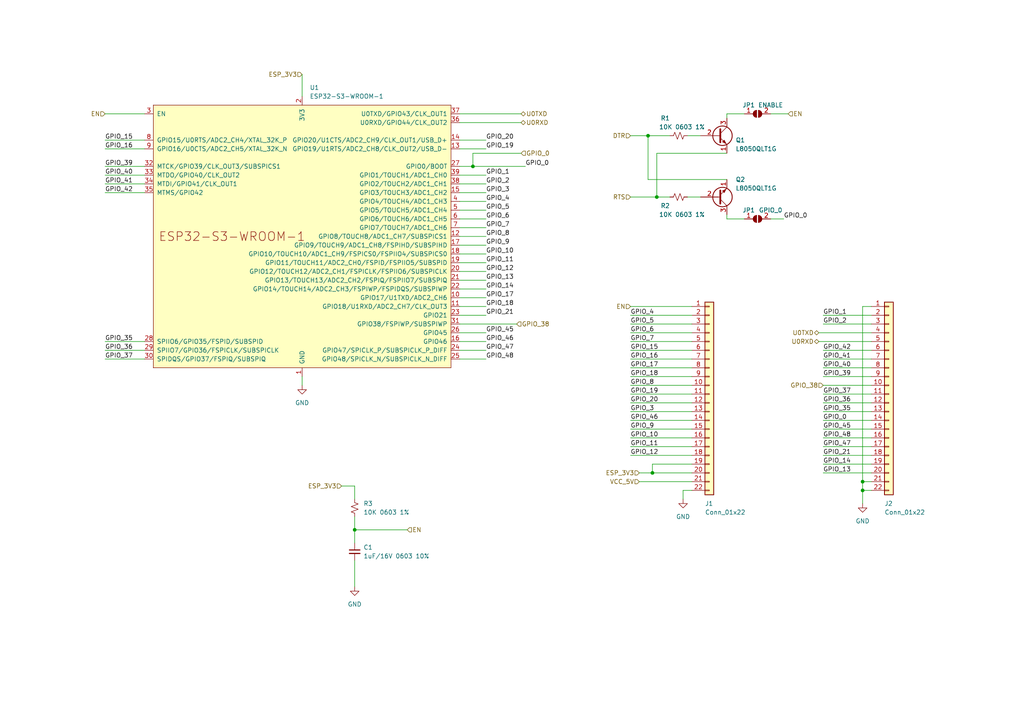
<source format=kicad_sch>
(kicad_sch (version 20230121) (generator eeschema)
  (paper "A4")
  (lib_symbols
    (symbol "Connector_Generic:Conn_01x22" (pin_names (offset 1.016) hide)
      (property "Reference" "J" (at 0 27.94 0))
      (property "Value" "Conn_01x22" (at 0 -30.48 0))
      (symbol "Conn_01x22_1_1"
        (rectangle (start -1.27 -27.813) (end 0 -28.067) (stroke (width 0.1524)))
        (rectangle (start -1.27 -25.273) (end 0 -25.527) (stroke (width 0.1524)))
        (rectangle (start -1.27 -22.733) (end 0 -22.987) (stroke (width 0.1524)))
        (rectangle (start -1.27 -20.193) (end 0 -20.447) (stroke (width 0.1524)))
        (rectangle (start -1.27 -17.653) (end 0 -17.907) (stroke (width 0.1524)))
        (rectangle (start -1.27 -15.113) (end 0 -15.367) (stroke (width 0.1524)))
        (rectangle (start -1.27 -12.573) (end 0 -12.827) (stroke (width 0.1524)))
        (rectangle (start -1.27 -10.033) (end 0 -10.287) (stroke (width 0.1524)))
        (rectangle (start -1.27 -7.493) (end 0 -7.747) (stroke (width 0.1524)))
        (rectangle (start -1.27 -4.953) (end 0 -5.207) (stroke (width 0.1524)))
        (rectangle (start -1.27 -2.413) (end 0 -2.667) (stroke (width 0.1524)))
        (rectangle (start -1.27 0.127) (end 0 -0.127) (stroke (width 0.1524)))
        (rectangle (start -1.27 2.667) (end 0 2.413) (stroke (width 0.1524)))
        (rectangle (start -1.27 5.207) (end 0 4.953) (stroke (width 0.1524)))
        (rectangle (start -1.27 7.747) (end 0 7.493) (stroke (width 0.1524)))
        (rectangle (start -1.27 10.287) (end 0 10.033) (stroke (width 0.1524)))
        (rectangle (start -1.27 12.827) (end 0 12.573) (stroke (width 0.1524)))
        (rectangle (start -1.27 15.367) (end 0 15.113) (stroke (width 0.1524)))
        (rectangle (start -1.27 17.907) (end 0 17.653) (stroke (width 0.1524)))
        (rectangle (start -1.27 20.447) (end 0 20.193) (stroke (width 0.1524)))
        (rectangle (start -1.27 22.987) (end 0 22.733) (stroke (width 0.1524)))
        (rectangle (start -1.27 25.527) (end 0 25.273) (stroke (width 0.1524)))
        (rectangle (start -1.27 26.67) (end 1.27 -29.21) (stroke (width 0.254)) (fill (type background)))
        (pin passive line (at -5.08 25.4 0) (length 3.81) (name "Pin_1") (number "1"))
        (pin passive line (at -5.08 2.54 0) (length 3.81) (name "Pin_10") (number "10"))
        (pin passive line (at -5.08 0 0) (length 3.81) (name "Pin_11") (number "11"))
        (pin passive line (at -5.08 -2.54 0) (length 3.81) (name "Pin_12") (number "12"))
        (pin passive line (at -5.08 -5.08 0) (length 3.81) (name "Pin_13") (number "13"))
        (pin passive line (at -5.08 -7.62 0) (length 3.81) (name "Pin_14") (number "14"))
        (pin passive line (at -5.08 -10.16 0) (length 3.81) (name "Pin_15") (number "15"))
        (pin passive line (at -5.08 -12.7 0) (length 3.81) (name "Pin_16") (number "16"))
        (pin passive line (at -5.08 -15.24 0) (length 3.81) (name "Pin_17") (number "17"))
        (pin passive line (at -5.08 -17.78 0) (length 3.81) (name "Pin_18") (number "18"))
        (pin passive line (at -5.08 -20.32 0) (length 3.81) (name "Pin_19") (number "19"))
        (pin passive line (at -5.08 22.86 0) (length 3.81) (name "Pin_2") (number "2"))
        (pin passive line (at -5.08 -22.86 0) (length 3.81) (name "Pin_20") (number "20"))
        (pin passive line (at -5.08 -25.4 0) (length 3.81) (name "Pin_21") (number "21"))
        (pin passive line (at -5.08 -27.94 0) (length 3.81) (name "Pin_22") (number "22"))
        (pin passive line (at -5.08 20.32 0) (length 3.81) (name "Pin_3") (number "3"))
        (pin passive line (at -5.08 17.78 0) (length 3.81) (name "Pin_4") (number "4"))
        (pin passive line (at -5.08 15.24 0) (length 3.81) (name "Pin_5") (number "5"))
        (pin passive line (at -5.08 12.7 0) (length 3.81) (name "Pin_6") (number "6"))
        (pin passive line (at -5.08 10.16 0) (length 3.81) (name "Pin_7") (number "7"))
        (pin passive line (at -5.08 7.62 0) (length 3.81) (name "Pin_8") (number "8"))
        (pin passive line (at -5.08 5.08 0) (length 3.81) (name "Pin_9") (number "9"))
      )
    )
    (symbol "Device:C_Small" (pin_numbers hide) (pin_names (offset 0.254) hide)
      (property "Reference" "C" (at 0.254 1.778 0))
      (property "Value" "C_Small" (at 0.254 -2.032 0))
      (symbol "C_Small_0_1"
        (polyline (pts (xy -1.524 -0.508) (xy 1.524 -0.508)) (stroke (width 0.3302)))
        (polyline (pts (xy -1.524 0.508) (xy 1.524 0.508)) (stroke (width 0.3048)))
      )
      (symbol "C_Small_1_1"
        (pin passive line (at 0 2.54 270) (length 2.032) (name "~") (number "1"))
        (pin passive line (at 0 -2.54 90) (length 2.032) (name "~") (number "2"))
      )
    )
    (symbol "Device:R_Small_US" (pin_numbers hide) (pin_names (offset 0.254) hide)
      (property "Reference" "R" (at 0.762 0.508 0))
      (property "Value" "R_Small_US" (at 0.762 -1.016 0))
      (symbol "R_Small_US_1_1"
        (polyline (pts (xy 0 0) (xy 1.016 -0.381) (xy 0 -0.762) (xy -1.016 -1.143) (xy 0 -1.524)))
        (polyline (pts (xy 0 1.524) (xy 1.016 1.143) (xy 0 0.762) (xy -1.016 0.381) (xy 0 0)))
        (pin passive line (at 0 2.54 270) (length 1.016) (name "~") (number "1"))
        (pin passive line (at 0 -2.54 90) (length 1.016) (name "~") (number "2"))
      )
    )
    (symbol "Jumper:SolderJumper_2_Open" (pin_names (offset 0) hide)
      (property "Reference" "JP" (at 0 2.032 0))
      (property "Value" "SolderJumper_2_Open" (at 0 -2.54 0))
      (symbol "SolderJumper_2_Open_0_1"
        (arc (start -0.254 1.016) (mid -1.2656 0) (end -0.254 -1.016))
        (arc (start -0.254 1.016) (mid -1.2656 0) (end -0.254 -1.016) (fill (type outline)))
        (polyline (pts (xy -0.254 1.016) (xy -0.254 -1.016)))
        (polyline (pts (xy 0.254 1.016) (xy 0.254 -1.016)))
        (arc (start 0.254 -1.016) (mid 1.2656 0) (end 0.254 1.016))
        (arc (start 0.254 -1.016) (mid 1.2656 0) (end 0.254 1.016) (fill (type outline)))
      )
      (symbol "SolderJumper_2_Open_1_1"
        (pin passive line (at -3.81 0 0) (length 2.54) (name "A") (number "1"))
        (pin passive line (at 3.81 0 180) (length 2.54) (name "B") (number "2"))
      )
    )
    (symbol "PCM_Espressif:ESP32-S3-WROOM-1" (pin_names (offset 1.016))
      (property "Reference" "U" (at -43.18 43.18 0))
      (property "Value" "ESP32-S3-WROOM-1" (at -43.18 40.64 0))
      (symbol "ESP32-S3-WROOM-1_0_0"
        (text "ESP32-S3-WROOM-1" (at -20.32 0 0) (effects (font (size 2.54 2.54))))
        (pin power_in line (at 0 -40.64 90) (length 2.54) (name "GND") (number "1"))
        (pin bidirectional line (at 45.72 -17.78 180) (length 2.54) (name "GPIO17/U1TXD/ADC2_CH6") (number "10"))
        (pin bidirectional line (at 45.72 -20.32 180) (length 2.54) (name "GPIO18/U1RXD/ADC2_CH7/CLK_OUT3") (number "11"))
        (pin bidirectional line (at 45.72 0 180) (length 2.54) (name "GPIO8/TOUCH8/ADC1_CH7/SUBSPICS1") (number "12"))
        (pin bidirectional line (at 45.72 25.4 180) (length 2.54) (name "GPIO19/U1RTS/ADC2_CH8/CLK_OUT2/USB_D-") (number "13"))
        (pin bidirectional line (at 45.72 27.94 180) (length 2.54) (name "GPIO20/U1CTS/ADC2_CH9/CLK_OUT1/USB_D+") (number "14"))
        (pin bidirectional line (at 45.72 12.7 180) (length 2.54) (name "GPIO3/TOUCH3/ADC1_CH2") (number "15"))
        (pin bidirectional line (at 45.72 -30.48 180) (length 2.54) (name "GPIO46") (number "16"))
        (pin bidirectional line (at 45.72 -2.54 180) (length 2.54) (name "GPIO9/TOUCH9/ADC1_CH8/FSPIHD/SUBSPIHD") (number "17"))
        (pin bidirectional line (at 45.72 -5.08 180) (length 2.54) (name "GPIO10/TOUCH10/ADC1_CH9/FSPICS0/FSPIIO4/SUBSPICS0") (number "18"))
        (pin bidirectional line (at 45.72 -7.62 180) (length 2.54) (name "GPIO11/TOUCH11/ADC2_CH0/FSPID/FSPIIO5/SUBSPID") (number "19"))
        (pin power_in line (at 0 40.64 270) (length 2.54) (name "3V3") (number "2"))
        (pin bidirectional line (at 45.72 -10.16 180) (length 2.54) (name "GPIO12/TOUCH12/ADC2_CH1/FSPICLK/FSPIIO6/SUBSPICLK") (number "20"))
        (pin bidirectional line (at 45.72 -12.7 180) (length 2.54) (name "GPIO13/TOUCH13/ADC2_CH2/FSPIQ/FSPIIO7/SUBSPIQ") (number "21"))
        (pin bidirectional line (at 45.72 -15.24 180) (length 2.54) (name "GPIO14/TOUCH14/ADC2_CH3/FSPIWP/FSPIDQS/SUBSPIWP") (number "22"))
        (pin bidirectional line (at 45.72 -22.86 180) (length 2.54) (name "GPIO21") (number "23"))
        (pin bidirectional line (at 45.72 -33.02 180) (length 2.54) (name "GPIO47/SPICLK_P/SUBSPICLK_P_DIFF") (number "24"))
        (pin bidirectional line (at 45.72 -35.56 180) (length 2.54) (name "GPIO48/SPICLK_N/SUBSPICLK_N_DIFF") (number "25"))
        (pin bidirectional line (at 45.72 -27.94 180) (length 2.54) (name "GPIO45") (number "26"))
        (pin bidirectional line (at 45.72 20.32 180) (length 2.54) (name "GPIO0/BOOT") (number "27"))
        (pin bidirectional line (at -45.72 -30.48 0) (length 2.54) (name "SPIIO6/GPIO35/FSPID/SUBSPID") (number "28"))
        (pin bidirectional line (at -45.72 -33.02 0) (length 2.54) (name "SPIIO7/GPIO36/FSPICLK/SUBSPICLK") (number "29"))
        (pin input line (at -45.72 35.56 0) (length 2.54) (name "EN") (number "3"))
        (pin bidirectional line (at -45.72 -35.56 0) (length 2.54) (name "SPIDQS/GPIO37/FSPIQ/SUBSPIQ") (number "30"))
        (pin bidirectional line (at 45.72 -25.4 180) (length 2.54) (name "GPIO38/FSPIWP/SUBSPIWP") (number "31"))
        (pin bidirectional line (at -45.72 20.32 0) (length 2.54) (name "MTCK/GPIO39/CLK_OUT3/SUBSPICS1") (number "32"))
        (pin bidirectional line (at -45.72 17.78 0) (length 2.54) (name "MTDO/GPIO40/CLK_OUT2") (number "33"))
        (pin bidirectional line (at -45.72 15.24 0) (length 2.54) (name "MTDI/GPIO41/CLK_OUT1") (number "34"))
        (pin bidirectional line (at -45.72 12.7 0) (length 2.54) (name "MTMS/GPIO42") (number "35"))
        (pin bidirectional line (at 45.72 33.02 180) (length 2.54) (name "U0RXD/GPIO44/CLK_OUT2") (number "36"))
        (pin bidirectional line (at 45.72 35.56 180) (length 2.54) (name "U0TXD/GPIO43/CLK_OUT1") (number "37"))
        (pin bidirectional line (at 45.72 15.24 180) (length 2.54) (name "GPIO2/TOUCH2/ADC1_CH1") (number "38"))
        (pin bidirectional line (at 45.72 17.78 180) (length 2.54) (name "GPIO1/TOUCH1/ADC1_CH0") (number "39"))
        (pin bidirectional line (at 45.72 10.16 180) (length 2.54) (name "GPIO4/TOUCH4/ADC1_CH3") (number "4"))
        (pin passive line (at 0 -40.64 90) (length 2.54) hide (name "GND") (number "40"))
        (pin passive line (at 0 -40.64 90) (length 2.54) hide (name "GND") (number "41"))
        (pin bidirectional line (at 45.72 7.62 180) (length 2.54) (name "GPIO5/TOUCH5/ADC1_CH4") (number "5"))
        (pin bidirectional line (at 45.72 5.08 180) (length 2.54) (name "GPIO6/TOUCH6/ADC1_CH5") (number "6"))
        (pin bidirectional line (at 45.72 2.54 180) (length 2.54) (name "GPIO7/TOUCH7/ADC1_CH6") (number "7"))
        (pin bidirectional line (at -45.72 27.94 0) (length 2.54) (name "GPIO15/U0RTS/ADC2_CH4/XTAL_32K_P") (number "8"))
        (pin bidirectional line (at -45.72 25.4 0) (length 2.54) (name "GPIO16/U0CTS/ADC2_CH5/XTAL_32K_N") (number "9"))
      )
      (symbol "ESP32-S3-WROOM-1_0_1"
        (rectangle (start -43.18 38.1) (end 43.18 -38.1) (fill (type background)))
      )
    )
    (symbol "Transistor_BJT:S8050" (pin_names (offset 0) hide)
      (property "Reference" "Q" (at 5.08 1.905 0))
      (property "Value" "S8050" (at 5.08 0 0))
      (symbol "S8050_0_1"
        (polyline (pts (xy 0 0) (xy 0.635 0)))
        (polyline (pts (xy 0.635 0.635) (xy 2.54 2.54)))
        (polyline (pts (xy 0.635 -0.635) (xy 2.54 -2.54) (xy 2.54 -2.54)))
        (polyline (pts (xy 0.635 1.905) (xy 0.635 -1.905) (xy 0.635 -1.905)) (stroke (width 0.508)))
        (polyline (pts (xy 1.27 -1.778) (xy 1.778 -1.27) (xy 2.286 -2.286) (xy 1.27 -1.778) (xy 1.27 -1.778)) (fill (type outline)))
        (circle (center 1.27 0) (radius 2.8194) (stroke (width 0.254)))
      )
      (symbol "S8050_1_1"
        (pin passive line (at 2.54 -5.08 90) (length 2.54) (name "E") (number "1"))
        (pin input line (at -5.08 0 0) (length 5.08) (name "B") (number "2"))
        (pin passive line (at 2.54 5.08 270) (length 2.54) (name "C") (number "3"))
      )
    )
    (symbol "power:GND" (power) (pin_names (offset 0))
      (property "Value" "GND" (at 0 -3.81 0))
      (symbol "GND_0_1"
        (polyline (pts (xy 0 0) (xy 0 -1.27) (xy 1.27 -1.27) (xy 0 -2.54) (xy -1.27 -1.27) (xy 0 -1.27)))
      )
      (symbol "GND_1_1"
        (pin power_in line (at 0 0 270) (length 0) hide (name "GND") (number "1"))
      )
    )
  )
  (junction (at 250.19 142.24))
  (junction (at 187.96 39.37))
  (junction (at 102.87 153.67))
  (junction (at 190.5 57.15))
  (junction (at 189.23 137.16))
  (junction (at 137.16 48.26))
  (junction (at 250.19 139.7))
  (wire (pts (xy 182.88 124.46) (xy 200.66 124.46)))
  (wire (pts (xy 133.35 96.52) (xy 140.97 96.52)))
  (wire (pts (xy 133.35 93.98) (xy 149.86 93.98)))
  (wire (pts (xy 187.96 52.07) (xy 187.96 39.37)))
  (wire (pts (xy 238.76 121.92) (xy 252.73 121.92)))
  (wire (pts (xy 238.76 129.54) (xy 252.73 129.54)))
  (wire (pts (xy 133.35 60.96) (xy 140.97 60.96)))
  (wire (pts (xy 200.66 137.16) (xy 189.23 137.16)))
  (wire (pts (xy 210.82 52.07) (xy 187.96 52.07)))
  (wire (pts (xy 133.35 71.12) (xy 140.97 71.12)))
  (wire (pts (xy 238.76 124.46) (xy 252.73 124.46)))
  (wire (pts (xy 133.35 78.74) (xy 140.97 78.74)))
  (wire (pts (xy 87.63 21.59) (xy 87.63 27.94)))
  (wire (pts (xy 182.88 119.38) (xy 200.66 119.38)))
  (wire (pts (xy 250.19 88.9) (xy 250.19 139.7)))
  (wire (pts (xy 30.48 33.02) (xy 41.91 33.02)))
  (wire (pts (xy 252.73 139.7) (xy 250.19 139.7)))
  (wire (pts (xy 190.5 57.15) (xy 194.31 57.15)))
  (wire (pts (xy 182.88 57.15) (xy 190.5 57.15)))
  (wire (pts (xy 30.48 104.14) (xy 41.91 104.14)))
  (wire (pts (xy 238.76 93.98) (xy 252.73 93.98)))
  (wire (pts (xy 182.88 96.52) (xy 200.66 96.52)))
  (wire (pts (xy 194.31 39.37) (xy 187.96 39.37)))
  (wire (pts (xy 199.39 57.15) (xy 203.2 57.15)))
  (wire (pts (xy 30.48 101.6) (xy 41.91 101.6)))
  (wire (pts (xy 223.52 63.5) (xy 227.33 63.5)))
  (wire (pts (xy 238.76 109.22) (xy 252.73 109.22)))
  (wire (pts (xy 30.48 53.34) (xy 41.91 53.34)))
  (wire (pts (xy 238.76 134.62) (xy 252.73 134.62)))
  (wire (pts (xy 133.35 50.8) (xy 140.97 50.8)))
  (wire (pts (xy 238.76 127) (xy 252.73 127)))
  (wire (pts (xy 210.82 44.45) (xy 190.5 44.45)))
  (wire (pts (xy 133.35 43.18) (xy 140.97 43.18)))
  (wire (pts (xy 210.82 33.02) (xy 210.82 34.29)))
  (wire (pts (xy 87.63 109.22) (xy 87.63 111.76)))
  (wire (pts (xy 238.76 111.76) (xy 252.73 111.76)))
  (wire (pts (xy 133.35 104.14) (xy 140.97 104.14)))
  (wire (pts (xy 238.76 114.3) (xy 252.73 114.3)))
  (wire (pts (xy 133.35 63.5) (xy 140.97 63.5)))
  (wire (pts (xy 102.87 162.56) (xy 102.87 170.18)))
  (wire (pts (xy 99.06 140.97) (xy 102.87 140.97)))
  (wire (pts (xy 238.76 101.6) (xy 252.73 101.6)))
  (wire (pts (xy 200.66 134.62) (xy 189.23 134.62)))
  (wire (pts (xy 182.88 129.54) (xy 200.66 129.54)))
  (wire (pts (xy 133.35 76.2) (xy 140.97 76.2)))
  (wire (pts (xy 185.42 139.7) (xy 200.66 139.7)))
  (wire (pts (xy 133.35 55.88) (xy 140.97 55.88)))
  (wire (pts (xy 182.88 111.76) (xy 200.66 111.76)))
  (wire (pts (xy 182.88 121.92) (xy 200.66 121.92)))
  (wire (pts (xy 238.76 116.84) (xy 252.73 116.84)))
  (wire (pts (xy 182.88 91.44) (xy 200.66 91.44)))
  (wire (pts (xy 30.48 43.18) (xy 41.91 43.18)))
  (wire (pts (xy 210.82 63.5) (xy 210.82 62.23)))
  (wire (pts (xy 133.35 35.56) (xy 151.13 35.56)))
  (wire (pts (xy 182.88 93.98) (xy 200.66 93.98)))
  (wire (pts (xy 151.13 44.45) (xy 137.16 44.45)))
  (wire (pts (xy 182.88 88.9) (xy 200.66 88.9)))
  (wire (pts (xy 182.88 127) (xy 200.66 127)))
  (wire (pts (xy 133.35 73.66) (xy 140.97 73.66)))
  (wire (pts (xy 238.76 106.68) (xy 252.73 106.68)))
  (wire (pts (xy 189.23 137.16) (xy 185.42 137.16)))
  (wire (pts (xy 252.73 96.52) (xy 237.49 96.52)))
  (wire (pts (xy 190.5 44.45) (xy 190.5 57.15)))
  (wire (pts (xy 133.35 48.26) (xy 137.16 48.26)))
  (wire (pts (xy 133.35 58.42) (xy 140.97 58.42)))
  (wire (pts (xy 133.35 68.58) (xy 140.97 68.58)))
  (wire (pts (xy 102.87 153.67) (xy 118.11 153.67)))
  (wire (pts (xy 199.39 39.37) (xy 203.2 39.37)))
  (wire (pts (xy 250.19 142.24) (xy 252.73 142.24)))
  (wire (pts (xy 133.35 66.04) (xy 140.97 66.04)))
  (wire (pts (xy 238.76 119.38) (xy 252.73 119.38)))
  (wire (pts (xy 182.88 104.14) (xy 200.66 104.14)))
  (wire (pts (xy 137.16 48.26) (xy 152.4 48.26)))
  (wire (pts (xy 187.96 39.37) (xy 182.88 39.37)))
  (wire (pts (xy 30.48 40.64) (xy 41.91 40.64)))
  (wire (pts (xy 133.35 88.9) (xy 140.97 88.9)))
  (wire (pts (xy 133.35 40.64) (xy 140.97 40.64)))
  (wire (pts (xy 133.35 86.36) (xy 140.97 86.36)))
  (wire (pts (xy 102.87 140.97) (xy 102.87 144.78)))
  (wire (pts (xy 215.9 63.5) (xy 210.82 63.5)))
  (wire (pts (xy 238.76 137.16) (xy 252.73 137.16)))
  (wire (pts (xy 182.88 109.22) (xy 200.66 109.22)))
  (wire (pts (xy 250.19 139.7) (xy 250.19 142.24)))
  (wire (pts (xy 252.73 88.9) (xy 250.19 88.9)))
  (wire (pts (xy 238.76 132.08) (xy 252.73 132.08)))
  (wire (pts (xy 250.19 142.24) (xy 250.19 146.05)))
  (wire (pts (xy 30.48 99.06) (xy 41.91 99.06)))
  (wire (pts (xy 237.49 99.06) (xy 252.73 99.06)))
  (wire (pts (xy 133.35 53.34) (xy 140.97 53.34)))
  (wire (pts (xy 102.87 149.86) (xy 102.87 153.67)))
  (wire (pts (xy 182.88 114.3) (xy 200.66 114.3)))
  (wire (pts (xy 30.48 50.8) (xy 41.91 50.8)))
  (wire (pts (xy 238.76 104.14) (xy 252.73 104.14)))
  (wire (pts (xy 133.35 99.06) (xy 140.97 99.06)))
  (wire (pts (xy 133.35 81.28) (xy 140.97 81.28)))
  (wire (pts (xy 215.9 33.02) (xy 210.82 33.02)))
  (wire (pts (xy 182.88 99.06) (xy 200.66 99.06)))
  (wire (pts (xy 189.23 134.62) (xy 189.23 137.16)))
  (wire (pts (xy 137.16 44.45) (xy 137.16 48.26)))
  (wire (pts (xy 30.48 55.88) (xy 41.91 55.88)))
  (wire (pts (xy 223.52 33.02) (xy 228.6 33.02)))
  (wire (pts (xy 182.88 116.84) (xy 200.66 116.84)))
  (wire (pts (xy 102.87 153.67) (xy 102.87 157.48)))
  (wire (pts (xy 133.35 83.82) (xy 140.97 83.82)))
  (wire (pts (xy 182.88 101.6) (xy 200.66 101.6)))
  (wire (pts (xy 238.76 91.44) (xy 252.73 91.44)))
  (wire (pts (xy 133.35 101.6) (xy 140.97 101.6)))
  (wire (pts (xy 30.48 48.26) (xy 41.91 48.26)))
  (wire (pts (xy 133.35 33.02) (xy 151.13 33.02)))
  (wire (pts (xy 198.12 144.78) (xy 198.12 142.24)))
  (wire (pts (xy 133.35 91.44) (xy 140.97 91.44)))
  (wire (pts (xy 182.88 106.68) (xy 200.66 106.68)))
  (wire (pts (xy 198.12 142.24) (xy 200.66 142.24)))
  (wire (pts (xy 182.88 132.08) (xy 200.66 132.08)))
  (label "GPIO_8" (at 140.97 68.58 0))
  (label "GPIO_36" (at 30.48 101.6 0))
  (label "GPIO_0" (at 152.4 48.26 0))
  (label "GPIO_46" (at 182.88 121.92 0))
  (label "GPIO_8" (at 182.88 111.76 0))
  (label "GPIO_37" (at 238.76 114.3 0))
  (label "GPIO_41" (at 238.76 104.14 0))
  (label "GPIO_45" (at 140.97 96.52 0))
  (label "GPIO_18" (at 140.97 88.9 0))
  (label "GPIO_42" (at 30.48 55.88 0))
  (label "GPIO_20" (at 182.88 116.84 0))
  (label "GPIO_15" (at 182.88 101.6 0))
  (label "GPIO_6" (at 140.97 63.5 0))
  (label "GPIO_37" (at 30.48 104.14 0))
  (label "GPIO_17" (at 140.97 86.36 0))
  (label "GPIO_11" (at 140.97 76.2 0))
  (label "GPIO_46" (at 140.97 99.06 0))
  (label "GPIO_13" (at 140.97 81.28 0))
  (label "GPIO_9" (at 140.97 71.12 0))
  (label "GPIO_40" (at 30.48 50.8 0))
  (label "GPIO_3" (at 182.88 119.38 0))
  (label "GPIO_10" (at 140.97 73.66 0))
  (label "GPIO_17" (at 182.88 106.68 0))
  (label "GPIO_5" (at 182.88 93.98 0))
  (label "GPIO_48" (at 238.76 127 0))
  (label "GPIO_6" (at 182.88 96.52 0))
  (label "GPIO_21" (at 238.76 132.08 0))
  (label "GPIO_12" (at 182.88 132.08 0))
  (label "GPIO_13" (at 238.76 137.16 0))
  (label "GPIO_19" (at 182.88 114.3 0))
  (label "GPIO_15" (at 30.48 40.64 0))
  (label "GPIO_0" (at 238.76 121.92 0))
  (label "GPIO_39" (at 30.48 48.26 0))
  (label "GPIO_48" (at 140.97 104.14 0))
  (label "GPIO_7" (at 140.97 66.04 0))
  (label "GPIO_11" (at 182.88 129.54 0))
  (label "GPIO_1" (at 238.76 91.44 0))
  (label "GPIO_4" (at 182.88 91.44 0))
  (label "GPIO_21" (at 140.97 91.44 0))
  (label "GPIO_36" (at 238.76 116.84 0))
  (label "GPIO_35" (at 30.48 99.06 0))
  (label "GPIO_12" (at 140.97 78.74 0))
  (label "GPIO_3" (at 140.97 55.88 0))
  (label "GPIO_7" (at 182.88 99.06 0))
  (label "GPIO_2" (at 238.76 93.98 0))
  (label "GPIO_41" (at 30.48 53.34 0))
  (label "GPIO_14" (at 140.97 83.82 0))
  (label "GPIO_16" (at 182.88 104.14 0))
  (label "GPIO_47" (at 140.97 101.6 0))
  (label "GPIO_5" (at 140.97 60.96 0))
  (label "GPIO_18" (at 182.88 109.22 0))
  (label "GPIO_4" (at 140.97 58.42 0))
  (label "GPIO_19" (at 140.97 43.18 0))
  (label "GPIO_14" (at 238.76 134.62 0))
  (label "GPIO_39" (at 238.76 109.22 0))
  (label "GPIO_20" (at 140.97 40.64 0))
  (label "GPIO_2" (at 140.97 53.34 0))
  (label "GPIO_9" (at 182.88 124.46 0))
  (label "GPIO_0" (at 227.33 63.5 0))
  (label "GPIO_47" (at 238.76 129.54 0))
  (label "GPIO_10" (at 182.88 127 0))
  (label "GPIO_42" (at 238.76 101.6 0))
  (label "GPIO_35" (at 238.76 119.38 0))
  (label "GPIO_1" (at 140.97 50.8 0))
  (label "GPIO_45" (at 238.76 124.46 0))
  (label "GPIO_40" (at 238.76 106.68 0))
  (label "GPIO_16" (at 30.48 43.18 0))
  (hierarchical_label "EN" (shape input) (at 30.48 33.02 180))
  (hierarchical_label "U0TXD" (shape bidirectional) (at 237.49 96.52 180))
  (hierarchical_label "GPIO_38" (shape input) (at 238.76 111.76 180))
  (hierarchical_label "U0TXD" (shape bidirectional) (at 151.13 33.02 0))
  (hierarchical_label "GPIO_38" (shape input) (at 149.86 93.98 0))
  (hierarchical_label "ESP_3V3" (shape input) (at 87.63 21.59 180))
  (hierarchical_label "ESP_3V3" (shape input) (at 185.42 137.16 180))
  (hierarchical_label "ESP_3V3" (shape input) (at 99.06 140.97 180))
  (hierarchical_label "U0RXD" (shape bidirectional) (at 237.49 99.06 180))
  (hierarchical_label "RTS" (shape input) (at 182.88 57.15 180))
  (hierarchical_label "DTR" (shape input) (at 182.88 39.37 180))
  (hierarchical_label "VCC_5V" (shape input) (at 185.42 139.7 180))
  (hierarchical_label "EN" (shape input) (at 118.11 153.67 0))
  (hierarchical_label "EN" (shape input) (at 228.6 33.02 0))
  (hierarchical_label "U0RXD" (shape bidirectional) (at 151.13 35.56 0))
  (hierarchical_label "EN" (shape input) (at 182.88 88.9 180))
  (hierarchical_label "GPIO_0" (shape input) (at 151.13 44.45 0))
  (symbol (lib_id "power:GND") (at 198.12 144.78 0) (unit 1)
    (property "Reference" "#PWR02" (effects hide))
    (property "Value" "GND" (at 198.12 149.86 0))
  )
  (symbol (lib_id "Device:R_Small_US") (at 196.85 57.15 90) (unit 1)
    (property "Reference" "R2" (at 194.31 59.69 90) (effects (justify left)))
    (property "Value" "10K 0603 1%" (at 204.47 62.23 90) (effects (justify left)))
    (property "Footprint" "Resistor_SMD:R_0603_1608Metric" (effects hide))
  )
  (symbol (lib_id "power:GND") (at 102.87 170.18 0) (unit 1)
    (property "Reference" "#PWR04" (effects hide))
    (property "Value" "GND" (at 102.87 175.26 0))
  )
  (symbol (lib_id "PCM_Espressif:ESP32-S3-WROOM-1") (at 87.63 68.58 0) (unit 1)
    (property "Reference" "U1" (at 89.8241 25.4 0) (effects (justify left)))
    (property "Value" "ESP32-S3-WROOM-1" (at 89.8241 27.94 0) (effects (justify left)))
    (property "Footprint" "PCM_Espressif:ESP32-S3-WROOM-1" (effects hide))
    (property "Datasheet" "https://www.espressif.com/sites/default/files/documentation/esp32-s3-wroom-1_wroom-1u_datasheet_en.pdf" (effects hide))
  )
  (symbol (lib_id "power:GND") (at 250.19 146.05 0) (unit 1)
    (property "Reference" "#PWR03" (effects hide))
    (property "Value" "GND" (at 250.19 151.13 0))
  )
  (symbol (lib_id "Device:R_Small_US") (at 196.85 39.37 90) (unit 1)
    (property "Reference" "R1" (at 194.31 34.29 90) (effects (justify left)))
    (property "Value" "10K 0603 1%" (at 204.47 36.83 90) (effects (justify left)))
    (property "Footprint" "Resistor_SMD:R_0603_1608Metric" (effects hide))
  )
  (symbol (lib_id "Device:R_Small_US") (at 102.87 147.32 0) (unit 1)
    (property "Reference" "R3" (at 105.41 146.05 0) (effects (justify left)))
    (property "Value" "10K 0603 1%" (at 105.41 148.59 0) (effects (justify left)))
    (property "Footprint" "Resistor_SMD:R_0603_1608Metric" (effects hide))
  )
  (symbol (lib_id "Transistor_BJT:S8050") (at 208.28 57.15 0) (mirror x) (unit 1)
    (property "Reference" "Q2" (at 213.36 52.07 0) (effects (justify left)))
    (property "Value" "L8050QLT1G" (at 213.36 54.61 0) (effects (justify left)))
    (property "Footprint" "Package_TO_SOT_SMD:SOT-23-3" (effects hide))
  )
  (symbol (lib_id "Jumper:SolderJumper_2_Open") (at 219.71 33.02 0) (unit 1)
    (property "Reference" "JP1" (at 217.17 30.48 0))
    (property "Value" "ENABLE" (at 223.52 30.48 0))
    (property "Footprint" "Jumper:SolderJumper-2_P1.3mm_Open_RoundedPad1.0x1.5mm" (effects hide))
    (instances (project "esp32_s3_devkitc" (path "" (reference "JP1") (unit 1)) (path "" (reference "JP2") (unit 1)) (path "" (reference "JP1") (unit 1))))
  )
  (symbol (lib_id "Jumper:SolderJumper_2_Open") (at 219.71 63.5 0) (unit 1)
    (property "Reference" "JP1" (at 217.17 60.96 0))
    (property "Value" "GPIO_0" (at 223.52 60.96 0))
    (property "Footprint" "Jumper:SolderJumper-2_P1.3mm_Open_RoundedPad1.0x1.5mm" (effects hide))
    (instances (project "esp32_s3_devkitc" (path "" (reference "JP1") (unit 1)) (path "" (reference "JP2") (unit 1)) (path "" (reference "JP2") (unit 1))))
  )
  (symbol (lib_id "Transistor_BJT:S8050") (at 208.28 39.37 0) (unit 1)
    (property "Reference" "Q1" (at 213.36 40.64 0) (effects (justify left)))
    (property "Value" "L8050QLT1G" (at 213.36 43.18 0) (effects (justify left)))
    (property "Footprint" "Package_TO_SOT_SMD:SOT-23-3" (effects hide))
  )
  (symbol (lib_id "power:GND") (at 87.63 111.76 0) (unit 1)
    (property "Reference" "#PWR01" (effects hide))
    (property "Value" "GND" (at 87.63 116.84 0))
  )
  (symbol (lib_id "Connector_Generic:Conn_01x22") (at 205.74 114.3 0) (unit 1)
    (property "Reference" "J1" (at 204.47 146.05 0) (effects (justify left)))
    (property "Value" "Conn_01x22" (at 204.47 148.59 0) (effects (justify left)))
    (property "Footprint" "Connector_PinHeader_2.54mm:PinHeader_1x22_P2.54mm_Vertical" (effects hide))
  )
  (symbol (lib_id "Connector_Generic:Conn_01x22") (at 257.81 114.3 0) (unit 1)
    (property "Reference" "J2" (at 256.54 146.05 0) (effects (justify left)))
    (property "Value" "Conn_01x22" (at 256.54 148.59 0) (effects (justify left)))
    (property "Footprint" "Connector_PinHeader_2.54mm:PinHeader_1x22_P2.54mm_Vertical" (effects hide))
  )
  (symbol (lib_id "Device:C_Small") (at 102.87 160.02 0) (unit 1)
    (property "Reference" "C1" (at 105.41 158.7563 0) (effects (justify left)))
    (property "Value" "1uF/16V 0603 10%" (at 105.41 161.2963 0) (effects (justify left)))
    (property "Footprint" "Capacitor_SMD:C_0603_1608Metric" (effects hide))
  )
)
</source>
